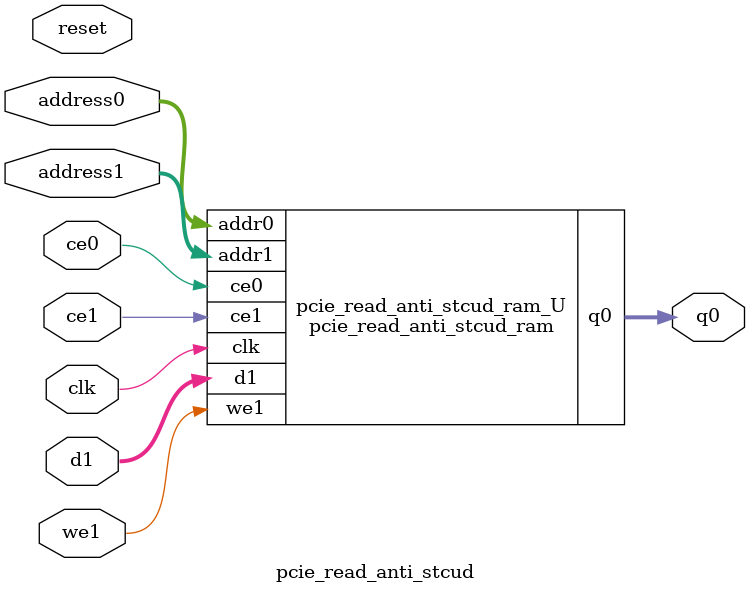
<source format=v>

`timescale 1 ns / 1 ps
module pcie_read_anti_stcud_ram (addr0, ce0, q0, addr1, ce1, d1, we1,  clk);

parameter DWIDTH = 512;
parameter AWIDTH = 10;
parameter MEM_SIZE = 1024;

input[AWIDTH-1:0] addr0;
input ce0;
output reg[DWIDTH-1:0] q0;
input[AWIDTH-1:0] addr1;
input ce1;
input[DWIDTH-1:0] d1;
input we1;
input clk;

(* ram_style = "block" *)reg [DWIDTH-1:0] ram[0:MEM_SIZE-1];




always @(posedge clk)  
begin 
    if (ce0) 
    begin
            q0 <= ram[addr0];
    end
end


always @(posedge clk)  
begin 
    if (ce1) 
    begin
        if (we1) 
        begin 
            ram[addr1] <= d1; 
        end 
    end
end


endmodule


`timescale 1 ns / 1 ps
module pcie_read_anti_stcud(
    reset,
    clk,
    address0,
    ce0,
    q0,
    address1,
    ce1,
    we1,
    d1);

parameter DataWidth = 32'd512;
parameter AddressRange = 32'd1024;
parameter AddressWidth = 32'd10;
input reset;
input clk;
input[AddressWidth - 1:0] address0;
input ce0;
output[DataWidth - 1:0] q0;
input[AddressWidth - 1:0] address1;
input ce1;
input we1;
input[DataWidth - 1:0] d1;



pcie_read_anti_stcud_ram pcie_read_anti_stcud_ram_U(
    .clk( clk ),
    .addr0( address0 ),
    .ce0( ce0 ),
    .q0( q0 ),
    .addr1( address1 ),
    .ce1( ce1 ),
    .d1( d1 ),
    .we1( we1 ));

endmodule


</source>
